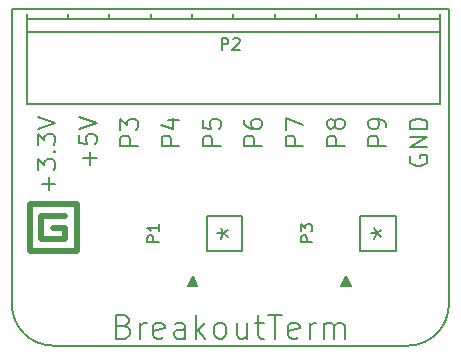
<source format=gto>
G04 #@! TF.FileFunction,Legend,Top*
%FSLAX46Y46*%
G04 Gerber Fmt 4.6, Leading zero omitted, Abs format (unit mm)*
G04 Created by KiCad (PCBNEW 4.0.2-stable) date 21/05/2016 00:23:07*
%MOMM*%
G01*
G04 APERTURE LIST*
%ADD10C,0.100000*%
%ADD11C,0.200000*%
%ADD12C,0.150000*%
%ADD13C,0.500000*%
%ADD14C,0.198120*%
G04 APERTURE END LIST*
D10*
D11*
X19500000Y11000000D02*
X16500000Y11000000D01*
X19500000Y8000000D02*
X19500000Y11000000D01*
X16500000Y8000000D02*
X19500000Y8000000D01*
X16500000Y11000000D02*
X16500000Y8000000D01*
X9499999Y1642857D02*
X9785713Y1547619D01*
X9880952Y1452381D01*
X9976190Y1261905D01*
X9976190Y976190D01*
X9880952Y785714D01*
X9785713Y690476D01*
X9595237Y595238D01*
X8833332Y595238D01*
X8833332Y2595238D01*
X9499999Y2595238D01*
X9690475Y2500000D01*
X9785713Y2404762D01*
X9880952Y2214286D01*
X9880952Y2023810D01*
X9785713Y1833333D01*
X9690475Y1738095D01*
X9499999Y1642857D01*
X8833332Y1642857D01*
X10833332Y595238D02*
X10833332Y1928571D01*
X10833332Y1547619D02*
X10928571Y1738095D01*
X11023809Y1833333D01*
X11214285Y1928571D01*
X11404761Y1928571D01*
X12833332Y690476D02*
X12642856Y595238D01*
X12261904Y595238D01*
X12071427Y690476D01*
X11976189Y880952D01*
X11976189Y1642857D01*
X12071427Y1833333D01*
X12261904Y1928571D01*
X12642856Y1928571D01*
X12833332Y1833333D01*
X12928570Y1642857D01*
X12928570Y1452381D01*
X11976189Y1261905D01*
X14642856Y595238D02*
X14642856Y1642857D01*
X14547618Y1833333D01*
X14357142Y1928571D01*
X13976190Y1928571D01*
X13785713Y1833333D01*
X14642856Y690476D02*
X14452380Y595238D01*
X13976190Y595238D01*
X13785713Y690476D01*
X13690475Y880952D01*
X13690475Y1071429D01*
X13785713Y1261905D01*
X13976190Y1357143D01*
X14452380Y1357143D01*
X14642856Y1452381D01*
X15595237Y595238D02*
X15595237Y2595238D01*
X15785714Y1357143D02*
X16357142Y595238D01*
X16357142Y1928571D02*
X15595237Y1166667D01*
X17500000Y595238D02*
X17309524Y690476D01*
X17214285Y785714D01*
X17119047Y976190D01*
X17119047Y1547619D01*
X17214285Y1738095D01*
X17309524Y1833333D01*
X17500000Y1928571D01*
X17785714Y1928571D01*
X17976190Y1833333D01*
X18071428Y1738095D01*
X18166666Y1547619D01*
X18166666Y976190D01*
X18071428Y785714D01*
X17976190Y690476D01*
X17785714Y595238D01*
X17500000Y595238D01*
X19880952Y1928571D02*
X19880952Y595238D01*
X19023809Y1928571D02*
X19023809Y880952D01*
X19119048Y690476D01*
X19309524Y595238D01*
X19595238Y595238D01*
X19785714Y690476D01*
X19880952Y785714D01*
X20547619Y1928571D02*
X21309524Y1928571D01*
X20833333Y2595238D02*
X20833333Y880952D01*
X20928572Y690476D01*
X21119048Y595238D01*
X21309524Y595238D01*
X21690476Y2595238D02*
X22833333Y2595238D01*
X22261905Y595238D02*
X22261905Y2595238D01*
X24261905Y690476D02*
X24071429Y595238D01*
X23690477Y595238D01*
X23500000Y690476D01*
X23404762Y880952D01*
X23404762Y1642857D01*
X23500000Y1833333D01*
X23690477Y1928571D01*
X24071429Y1928571D01*
X24261905Y1833333D01*
X24357143Y1642857D01*
X24357143Y1452381D01*
X23404762Y1261905D01*
X25214286Y595238D02*
X25214286Y1928571D01*
X25214286Y1547619D02*
X25309525Y1738095D01*
X25404763Y1833333D01*
X25595239Y1928571D01*
X25785715Y1928571D01*
X26452381Y595238D02*
X26452381Y1928571D01*
X26452381Y1738095D02*
X26547620Y1833333D01*
X26738096Y1928571D01*
X27023810Y1928571D01*
X27214286Y1833333D01*
X27309524Y1642857D01*
X27309524Y595238D01*
X27309524Y1642857D02*
X27404762Y1833333D01*
X27595239Y1928571D01*
X27880953Y1928571D01*
X28071429Y1833333D01*
X28166667Y1642857D01*
X28166667Y595238D01*
X32500000Y8000000D02*
X29500000Y8000000D01*
X32500000Y11000000D02*
X32500000Y8000000D01*
X29500000Y11000000D02*
X32500000Y11000000D01*
X29500000Y8000000D02*
X29500000Y11000000D01*
X33750000Y16071428D02*
X33678571Y15928571D01*
X33678571Y15714285D01*
X33750000Y15500000D01*
X33892857Y15357142D01*
X34035714Y15285714D01*
X34321429Y15214285D01*
X34535714Y15214285D01*
X34821429Y15285714D01*
X34964286Y15357142D01*
X35107143Y15500000D01*
X35178571Y15714285D01*
X35178571Y15857142D01*
X35107143Y16071428D01*
X35035714Y16142857D01*
X34535714Y16142857D01*
X34535714Y15857142D01*
X35178571Y16785714D02*
X33678571Y16785714D01*
X35178571Y17642857D01*
X33678571Y17642857D01*
X35178571Y18357143D02*
X33678571Y18357143D01*
X33678571Y18714286D01*
X33750000Y18928571D01*
X33892857Y19071429D01*
X34035714Y19142857D01*
X34321429Y19214286D01*
X34535714Y19214286D01*
X34821429Y19142857D01*
X34964286Y19071429D01*
X35107143Y18928571D01*
X35178571Y18714286D01*
X35178571Y18357143D01*
X31678571Y16928572D02*
X30178571Y16928572D01*
X30178571Y17500000D01*
X30250000Y17642858D01*
X30321429Y17714286D01*
X30464286Y17785715D01*
X30678571Y17785715D01*
X30821429Y17714286D01*
X30892857Y17642858D01*
X30964286Y17500000D01*
X30964286Y16928572D01*
X31678571Y18500000D02*
X31678571Y18785715D01*
X31607143Y18928572D01*
X31535714Y19000000D01*
X31321429Y19142858D01*
X31035714Y19214286D01*
X30464286Y19214286D01*
X30321429Y19142858D01*
X30250000Y19071429D01*
X30178571Y18928572D01*
X30178571Y18642858D01*
X30250000Y18500000D01*
X30321429Y18428572D01*
X30464286Y18357143D01*
X30821429Y18357143D01*
X30964286Y18428572D01*
X31035714Y18500000D01*
X31107143Y18642858D01*
X31107143Y18928572D01*
X31035714Y19071429D01*
X30964286Y19142858D01*
X30821429Y19214286D01*
X28178571Y16928572D02*
X26678571Y16928572D01*
X26678571Y17500000D01*
X26750000Y17642858D01*
X26821429Y17714286D01*
X26964286Y17785715D01*
X27178571Y17785715D01*
X27321429Y17714286D01*
X27392857Y17642858D01*
X27464286Y17500000D01*
X27464286Y16928572D01*
X27321429Y18642858D02*
X27250000Y18500000D01*
X27178571Y18428572D01*
X27035714Y18357143D01*
X26964286Y18357143D01*
X26821429Y18428572D01*
X26750000Y18500000D01*
X26678571Y18642858D01*
X26678571Y18928572D01*
X26750000Y19071429D01*
X26821429Y19142858D01*
X26964286Y19214286D01*
X27035714Y19214286D01*
X27178571Y19142858D01*
X27250000Y19071429D01*
X27321429Y18928572D01*
X27321429Y18642858D01*
X27392857Y18500000D01*
X27464286Y18428572D01*
X27607143Y18357143D01*
X27892857Y18357143D01*
X28035714Y18428572D01*
X28107143Y18500000D01*
X28178571Y18642858D01*
X28178571Y18928572D01*
X28107143Y19071429D01*
X28035714Y19142858D01*
X27892857Y19214286D01*
X27607143Y19214286D01*
X27464286Y19142858D01*
X27392857Y19071429D01*
X27321429Y18928572D01*
X24678571Y16928572D02*
X23178571Y16928572D01*
X23178571Y17500000D01*
X23250000Y17642858D01*
X23321429Y17714286D01*
X23464286Y17785715D01*
X23678571Y17785715D01*
X23821429Y17714286D01*
X23892857Y17642858D01*
X23964286Y17500000D01*
X23964286Y16928572D01*
X23178571Y18285715D02*
X23178571Y19285715D01*
X24678571Y18642858D01*
X21178571Y16928572D02*
X19678571Y16928572D01*
X19678571Y17500000D01*
X19750000Y17642858D01*
X19821429Y17714286D01*
X19964286Y17785715D01*
X20178571Y17785715D01*
X20321429Y17714286D01*
X20392857Y17642858D01*
X20464286Y17500000D01*
X20464286Y16928572D01*
X19678571Y19071429D02*
X19678571Y18785715D01*
X19750000Y18642858D01*
X19821429Y18571429D01*
X20035714Y18428572D01*
X20321429Y18357143D01*
X20892857Y18357143D01*
X21035714Y18428572D01*
X21107143Y18500000D01*
X21178571Y18642858D01*
X21178571Y18928572D01*
X21107143Y19071429D01*
X21035714Y19142858D01*
X20892857Y19214286D01*
X20535714Y19214286D01*
X20392857Y19142858D01*
X20321429Y19071429D01*
X20250000Y18928572D01*
X20250000Y18642858D01*
X20321429Y18500000D01*
X20392857Y18428572D01*
X20535714Y18357143D01*
X17678571Y16928572D02*
X16178571Y16928572D01*
X16178571Y17500000D01*
X16250000Y17642858D01*
X16321429Y17714286D01*
X16464286Y17785715D01*
X16678571Y17785715D01*
X16821429Y17714286D01*
X16892857Y17642858D01*
X16964286Y17500000D01*
X16964286Y16928572D01*
X16178571Y19142858D02*
X16178571Y18428572D01*
X16892857Y18357143D01*
X16821429Y18428572D01*
X16750000Y18571429D01*
X16750000Y18928572D01*
X16821429Y19071429D01*
X16892857Y19142858D01*
X17035714Y19214286D01*
X17392857Y19214286D01*
X17535714Y19142858D01*
X17607143Y19071429D01*
X17678571Y18928572D01*
X17678571Y18571429D01*
X17607143Y18428572D01*
X17535714Y18357143D01*
X14178571Y16928572D02*
X12678571Y16928572D01*
X12678571Y17500000D01*
X12750000Y17642858D01*
X12821429Y17714286D01*
X12964286Y17785715D01*
X13178571Y17785715D01*
X13321429Y17714286D01*
X13392857Y17642858D01*
X13464286Y17500000D01*
X13464286Y16928572D01*
X13178571Y19071429D02*
X14178571Y19071429D01*
X12607143Y18714286D02*
X13678571Y18357143D01*
X13678571Y19285715D01*
X10678571Y16928572D02*
X9178571Y16928572D01*
X9178571Y17500000D01*
X9250000Y17642858D01*
X9321429Y17714286D01*
X9464286Y17785715D01*
X9678571Y17785715D01*
X9821429Y17714286D01*
X9892857Y17642858D01*
X9964286Y17500000D01*
X9964286Y16928572D01*
X9178571Y18285715D02*
X9178571Y19214286D01*
X9750000Y18714286D01*
X9750000Y18928572D01*
X9821429Y19071429D01*
X9892857Y19142858D01*
X10035714Y19214286D01*
X10392857Y19214286D01*
X10535714Y19142858D01*
X10607143Y19071429D01*
X10678571Y18928572D01*
X10678571Y18500000D01*
X10607143Y18357143D01*
X10535714Y18285715D01*
X6607143Y15285715D02*
X6607143Y16428572D01*
X7178571Y15857143D02*
X6035714Y15857143D01*
X5678571Y17857144D02*
X5678571Y17142858D01*
X6392857Y17071429D01*
X6321429Y17142858D01*
X6250000Y17285715D01*
X6250000Y17642858D01*
X6321429Y17785715D01*
X6392857Y17857144D01*
X6535714Y17928572D01*
X6892857Y17928572D01*
X7035714Y17857144D01*
X7107143Y17785715D01*
X7178571Y17642858D01*
X7178571Y17285715D01*
X7107143Y17142858D01*
X7035714Y17071429D01*
X5678571Y18357143D02*
X7178571Y18857143D01*
X5678571Y19357143D01*
X3107143Y13142858D02*
X3107143Y14285715D01*
X3678571Y13714286D02*
X2535714Y13714286D01*
X2178571Y14857144D02*
X2178571Y15785715D01*
X2750000Y15285715D01*
X2750000Y15500001D01*
X2821429Y15642858D01*
X2892857Y15714287D01*
X3035714Y15785715D01*
X3392857Y15785715D01*
X3535714Y15714287D01*
X3607143Y15642858D01*
X3678571Y15500001D01*
X3678571Y15071429D01*
X3607143Y14928572D01*
X3535714Y14857144D01*
X3535714Y16428572D02*
X3607143Y16500000D01*
X3678571Y16428572D01*
X3607143Y16357143D01*
X3535714Y16428572D01*
X3678571Y16428572D01*
X2178571Y17000001D02*
X2178571Y17928572D01*
X2750000Y17428572D01*
X2750000Y17642858D01*
X2821429Y17785715D01*
X2892857Y17857144D01*
X3035714Y17928572D01*
X3392857Y17928572D01*
X3535714Y17857144D01*
X3607143Y17785715D01*
X3678571Y17642858D01*
X3678571Y17214286D01*
X3607143Y17071429D01*
X3535714Y17000001D01*
X2178571Y18357143D02*
X3678571Y18857143D01*
X2178571Y19357143D01*
D12*
X0Y28500000D02*
X0Y3500000D01*
X37000000Y28500000D02*
X0Y28500000D01*
X37000000Y3500000D02*
X37000000Y28500000D01*
X3500000Y0D02*
X33500000Y0D01*
X33500000Y0D02*
G75*
G03X37000000Y3500000I0J3500000D01*
G01*
X0Y3500000D02*
G75*
G03X3500000Y0I3500000J0D01*
G01*
X8252000Y27662000D02*
X8252000Y28062000D01*
X4752000Y27662000D02*
X4752000Y28062000D01*
X11752000Y27662000D02*
X11752000Y28062000D01*
X25752000Y27662000D02*
X25752000Y28062000D01*
X15252000Y27662000D02*
X15252000Y28062000D01*
X18752000Y27662000D02*
X18752000Y28062000D01*
X32752000Y27662000D02*
X32752000Y28062000D01*
X29252000Y27662000D02*
X29252000Y28062000D01*
X22252000Y27662000D02*
X22252000Y28062000D01*
X36252000Y26562000D02*
X1252000Y26562000D01*
X36252000Y27662000D02*
X1252000Y27662000D01*
X36252000Y20462000D02*
X36252000Y28062000D01*
X1252000Y28062000D02*
X1252000Y20462000D01*
X1252000Y20462000D02*
X36252000Y20462000D01*
D13*
X1500000Y12000000D02*
X5500000Y12000000D01*
X5500000Y12000000D02*
X5500000Y8000000D01*
X5500000Y8000000D02*
X1500000Y8000000D01*
X1500000Y8000000D02*
X1500000Y12000000D01*
X4500000Y11000000D02*
X2500000Y11000000D01*
X2500000Y11000000D02*
X2500000Y9000000D01*
X2500000Y9000000D02*
X4500000Y9000000D01*
X4500000Y9000000D02*
X4500000Y10000000D01*
X4500000Y10000000D02*
X3500000Y10000000D01*
D14*
X15400000Y5570000D02*
X15200000Y5570000D01*
X15200000Y5470000D02*
X15400000Y5470000D01*
X15500000Y5370000D02*
X15100000Y5370000D01*
X15100000Y5270000D02*
X15500000Y5270000D01*
X15600000Y5170000D02*
X15000000Y5170000D01*
X15300000Y5870000D02*
X15700000Y5070000D01*
X15700000Y5070000D02*
X14900000Y5070000D01*
X14900000Y5070000D02*
X15300000Y5870000D01*
X28400000Y5570000D02*
X28200000Y5570000D01*
X28200000Y5470000D02*
X28400000Y5470000D01*
X28500000Y5370000D02*
X28100000Y5370000D01*
X28100000Y5270000D02*
X28500000Y5270000D01*
X28600000Y5170000D02*
X28000000Y5170000D01*
X28300000Y5870000D02*
X28700000Y5070000D01*
X28700000Y5070000D02*
X27900000Y5070000D01*
X27900000Y5070000D02*
X28300000Y5870000D01*
D12*
X17761905Y25047619D02*
X17761905Y26047619D01*
X18142858Y26047619D01*
X18238096Y26000000D01*
X18285715Y25952381D01*
X18333334Y25857143D01*
X18333334Y25714286D01*
X18285715Y25619048D01*
X18238096Y25571429D01*
X18142858Y25523810D01*
X17761905Y25523810D01*
X18714286Y25952381D02*
X18761905Y26000000D01*
X18857143Y26047619D01*
X19095239Y26047619D01*
X19190477Y26000000D01*
X19238096Y25952381D01*
X19285715Y25857143D01*
X19285715Y25761905D01*
X19238096Y25619048D01*
X18666667Y25047619D01*
X19285715Y25047619D01*
D11*
X12452381Y8761905D02*
X11452381Y8761905D01*
X11452381Y9142858D01*
X11500000Y9238096D01*
X11547619Y9285715D01*
X11642857Y9333334D01*
X11785714Y9333334D01*
X11880952Y9285715D01*
X11928571Y9238096D01*
X11976190Y9142858D01*
X11976190Y8761905D01*
X12452381Y10285715D02*
X12452381Y9714286D01*
X12452381Y10000000D02*
X11452381Y10000000D01*
X11595238Y9904762D01*
X11690476Y9809524D01*
X11738095Y9714286D01*
X17404762Y9500000D02*
X17880952Y9500000D01*
X17690476Y9023809D02*
X17880952Y9500000D01*
X17690476Y9976190D01*
X18261905Y9214285D02*
X17880952Y9500000D01*
X18261905Y9785714D01*
X25452381Y8761905D02*
X24452381Y8761905D01*
X24452381Y9142858D01*
X24500000Y9238096D01*
X24547619Y9285715D01*
X24642857Y9333334D01*
X24785714Y9333334D01*
X24880952Y9285715D01*
X24928571Y9238096D01*
X24976190Y9142858D01*
X24976190Y8761905D01*
X24452381Y9666667D02*
X24452381Y10285715D01*
X24833333Y9952381D01*
X24833333Y10095239D01*
X24880952Y10190477D01*
X24928571Y10238096D01*
X25023810Y10285715D01*
X25261905Y10285715D01*
X25357143Y10238096D01*
X25404762Y10190477D01*
X25452381Y10095239D01*
X25452381Y9809524D01*
X25404762Y9714286D01*
X25357143Y9666667D01*
X30404762Y9500000D02*
X30880952Y9500000D01*
X30690476Y9023809D02*
X30880952Y9500000D01*
X30690476Y9976190D01*
X31261905Y9214285D02*
X30880952Y9500000D01*
X31261905Y9785714D01*
M02*

</source>
